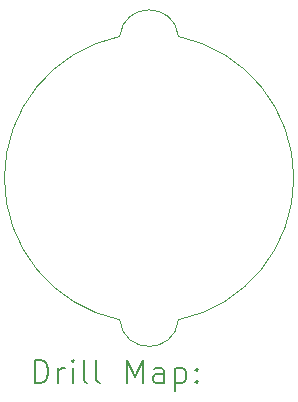
<source format=gbr>
%FSLAX45Y45*%
G04 Gerber Fmt 4.5, Leading zero omitted, Abs format (unit mm)*
G04 Created by KiCad (PCBNEW (6.0.1)) date 2022-03-12 10:24:12*
%MOMM*%
%LPD*%
G01*
G04 APERTURE LIST*
%TA.AperFunction,Profile*%
%ADD10C,0.050000*%
%TD*%
%ADD11C,0.200000*%
G04 APERTURE END LIST*
D10*
X15248695Y-8800510D02*
G75*
G03*
X14751305Y-8800510I-248695J-24490D01*
G01*
X14751305Y-11199490D02*
G75*
G03*
X15248695Y-11199490I248695J24490D01*
G01*
X14751305Y-8800510D02*
G75*
G03*
X14751305Y-11199490I248695J-1199490D01*
G01*
X15248695Y-11199490D02*
G75*
G03*
X15248695Y-8800510I-248695J1199490D01*
G01*
D11*
X14030119Y-11737874D02*
X14030119Y-11537874D01*
X14077738Y-11537874D01*
X14106309Y-11547398D01*
X14125357Y-11566445D01*
X14134881Y-11585493D01*
X14144405Y-11623588D01*
X14144405Y-11652160D01*
X14134881Y-11690255D01*
X14125357Y-11709303D01*
X14106309Y-11728350D01*
X14077738Y-11737874D01*
X14030119Y-11737874D01*
X14230119Y-11737874D02*
X14230119Y-11604541D01*
X14230119Y-11642636D02*
X14239643Y-11623588D01*
X14249167Y-11614064D01*
X14268214Y-11604541D01*
X14287262Y-11604541D01*
X14353928Y-11737874D02*
X14353928Y-11604541D01*
X14353928Y-11537874D02*
X14344405Y-11547398D01*
X14353928Y-11556922D01*
X14363452Y-11547398D01*
X14353928Y-11537874D01*
X14353928Y-11556922D01*
X14477738Y-11737874D02*
X14458690Y-11728350D01*
X14449167Y-11709303D01*
X14449167Y-11537874D01*
X14582500Y-11737874D02*
X14563452Y-11728350D01*
X14553928Y-11709303D01*
X14553928Y-11537874D01*
X14811071Y-11737874D02*
X14811071Y-11537874D01*
X14877738Y-11680731D01*
X14944405Y-11537874D01*
X14944405Y-11737874D01*
X15125357Y-11737874D02*
X15125357Y-11633112D01*
X15115833Y-11614064D01*
X15096786Y-11604541D01*
X15058690Y-11604541D01*
X15039643Y-11614064D01*
X15125357Y-11728350D02*
X15106309Y-11737874D01*
X15058690Y-11737874D01*
X15039643Y-11728350D01*
X15030119Y-11709303D01*
X15030119Y-11690255D01*
X15039643Y-11671207D01*
X15058690Y-11661684D01*
X15106309Y-11661684D01*
X15125357Y-11652160D01*
X15220595Y-11604541D02*
X15220595Y-11804541D01*
X15220595Y-11614064D02*
X15239643Y-11604541D01*
X15277738Y-11604541D01*
X15296786Y-11614064D01*
X15306309Y-11623588D01*
X15315833Y-11642636D01*
X15315833Y-11699779D01*
X15306309Y-11718826D01*
X15296786Y-11728350D01*
X15277738Y-11737874D01*
X15239643Y-11737874D01*
X15220595Y-11728350D01*
X15401548Y-11718826D02*
X15411071Y-11728350D01*
X15401548Y-11737874D01*
X15392024Y-11728350D01*
X15401548Y-11718826D01*
X15401548Y-11737874D01*
X15401548Y-11614064D02*
X15411071Y-11623588D01*
X15401548Y-11633112D01*
X15392024Y-11623588D01*
X15401548Y-11614064D01*
X15401548Y-11633112D01*
M02*

</source>
